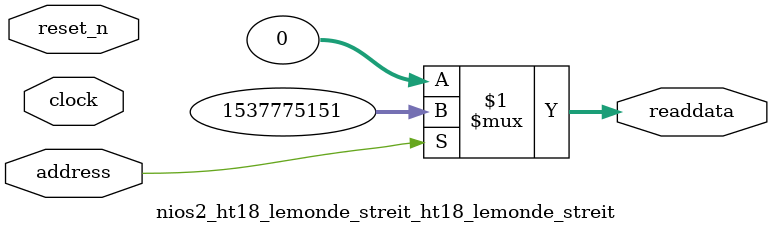
<source format=v>

`timescale 1ns / 1ps
// synthesis translate_on

// turn off superfluous verilog processor warnings 
// altera message_level Level1 
// altera message_off 10034 10035 10036 10037 10230 10240 10030 

module nios2_ht18_lemonde_streit_ht18_lemonde_streit (
               // inputs:
                address,
                clock,
                reset_n,

               // outputs:
                readdata
             )
;

  output  [ 31: 0] readdata;
  input            address;
  input            clock;
  input            reset_n;

  wire    [ 31: 0] readdata;
  //control_slave, which is an e_avalon_slave
  assign readdata = address ? 1537775151 : 0;

endmodule




</source>
